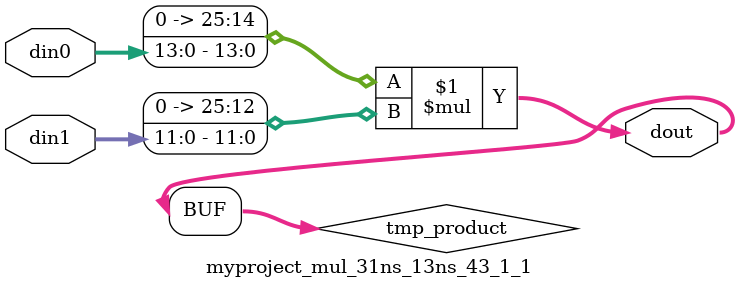
<source format=v>

`timescale 1 ns / 1 ps

  module myproject_mul_31ns_13ns_43_1_1(din0, din1, dout);
parameter ID = 1;
parameter NUM_STAGE = 0;
parameter din0_WIDTH = 14;
parameter din1_WIDTH = 12;
parameter dout_WIDTH = 26;

input [din0_WIDTH - 1 : 0] din0; 
input [din1_WIDTH - 1 : 0] din1; 
output [dout_WIDTH - 1 : 0] dout;

wire signed [dout_WIDTH - 1 : 0] tmp_product;










assign tmp_product = $signed({1'b0, din0}) * $signed({1'b0, din1});











assign dout = tmp_product;







endmodule

</source>
